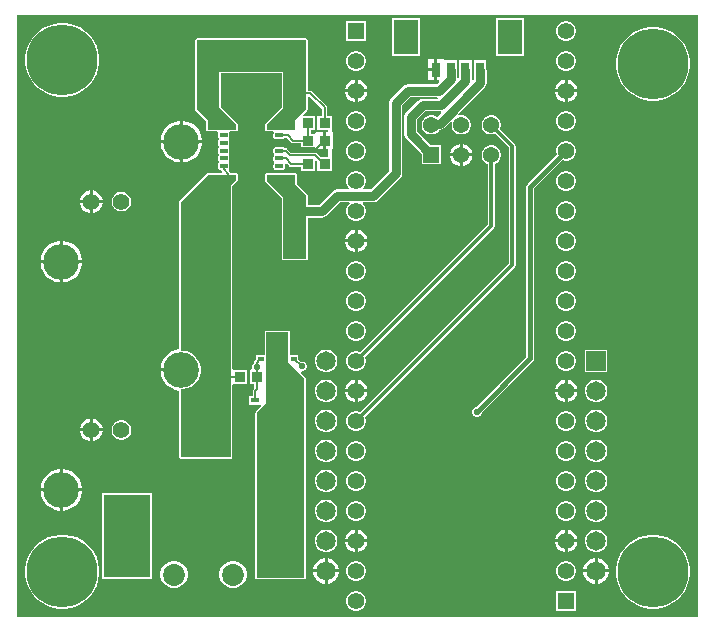
<source format=gbr>
%TF.GenerationSoftware,Altium Limited,Altium Designer,23.5.1 (21)*%
G04 Layer_Physical_Order=4*
G04 Layer_Color=16711680*
%FSLAX45Y45*%
%MOMM*%
%TF.SameCoordinates,251D8D79-0CC1-4DB5-8A6B-B6CDDAA58204*%
%TF.FilePolarity,Positive*%
%TF.FileFunction,Copper,L4,Bot,Signal*%
%TF.Part,Single*%
G01*
G75*
%TA.AperFunction,SMDPad,CuDef*%
%ADD10R,0.95814X0.91213*%
%ADD13R,0.95872X0.91213*%
%TA.AperFunction,Conductor*%
%ADD19C,0.20300*%
%ADD20C,0.20320*%
%ADD21C,0.40000*%
%TA.AperFunction,ComponentPad*%
%ADD24C,0.47400*%
%ADD25C,1.85420*%
%ADD26C,1.65100*%
%ADD27R,1.65100X1.65100*%
%ADD28R,1.39000X1.39000*%
%ADD29C,1.39000*%
%ADD30C,3.01500*%
%ADD31C,1.40800*%
%ADD32C,1.37000*%
%ADD33R,1.37000X1.37000*%
%TA.AperFunction,WasherPad*%
%ADD34C,6.00000*%
%TA.AperFunction,ViaPad*%
%ADD35C,0.55000*%
%TA.AperFunction,Conductor*%
%ADD36C,0.80000*%
%TA.AperFunction,SMDPad,CuDef*%
%ADD37R,1.90292X2.70620*%
%ADD38R,1.00000X1.00000*%
G04:AMPARAMS|DCode=39|XSize=0.7mm|YSize=0.35mm|CornerRadius=0.04375mm|HoleSize=0mm|Usage=FLASHONLY|Rotation=0.000|XOffset=0mm|YOffset=0mm|HoleType=Round|Shape=RoundedRectangle|*
%AMROUNDEDRECTD39*
21,1,0.70000,0.26250,0,0,0.0*
21,1,0.61250,0.35000,0,0,0.0*
1,1,0.08750,0.30625,-0.13125*
1,1,0.08750,-0.30625,-0.13125*
1,1,0.08750,-0.30625,0.13125*
1,1,0.08750,0.30625,0.13125*
%
%ADD39ROUNDEDRECTD39*%
G04:AMPARAMS|DCode=40|XSize=1.4mm|YSize=0.5mm|CornerRadius=0.0625mm|HoleSize=0mm|Usage=FLASHONLY|Rotation=0.000|XOffset=0mm|YOffset=0mm|HoleType=Round|Shape=RoundedRectangle|*
%AMROUNDEDRECTD40*
21,1,1.40000,0.37500,0,0,0.0*
21,1,1.27500,0.50000,0,0,0.0*
1,1,0.12500,0.63750,-0.18750*
1,1,0.12500,-0.63750,-0.18750*
1,1,0.12500,-0.63750,0.18750*
1,1,0.12500,0.63750,0.18750*
%
%ADD40ROUNDEDRECTD40*%
%ADD41R,1.15000X1.45000*%
%ADD42R,0.52000X0.45000*%
%ADD43R,0.52000X1.75000*%
%ADD44R,0.75000X2.52000*%
%ADD45R,0.80000X0.45000*%
%ADD46R,2.48920X3.98780*%
%ADD47R,3.98780X7.00000*%
%ADD48R,1.30000X2.70000*%
%ADD49R,3.20000X1.60000*%
%ADD50R,0.80000X1.30000*%
%ADD51R,2.10000X3.00000*%
%TA.AperFunction,Conductor*%
%ADD52C,0.30480*%
G36*
X5783766Y16235D02*
X16235D01*
Y5116265D01*
X5783765D01*
X5783766Y16235D01*
D02*
G37*
%LPC*%
G36*
X4676320Y5060700D02*
X4654676D01*
X4633770Y5055098D01*
X4615026Y5044276D01*
X4599722Y5028972D01*
X4588900Y5010228D01*
X4583298Y4989322D01*
Y4967678D01*
X4588900Y4946772D01*
X4599722Y4928028D01*
X4615026Y4912724D01*
X4633770Y4901902D01*
X4654676Y4896300D01*
X4676320D01*
X4697227Y4901902D01*
X4715971Y4912724D01*
X4731275Y4928028D01*
X4742097Y4946772D01*
X4747698Y4967678D01*
Y4989322D01*
X4742097Y5010228D01*
X4731275Y5028972D01*
X4715971Y5044276D01*
X4697227Y5055098D01*
X4676320Y5060700D01*
D02*
G37*
G36*
X2969700D02*
X2805300D01*
Y4896300D01*
X2969700D01*
Y5060700D01*
D02*
G37*
G36*
X4310200Y5087700D02*
X4074800D01*
Y4762300D01*
X4310200D01*
Y5087700D01*
D02*
G37*
G36*
X3425200D02*
X3189800D01*
Y4762300D01*
X3425200D01*
Y5087700D01*
D02*
G37*
G36*
X3549800Y4740400D02*
X3497100D01*
Y4662700D01*
X3549800D01*
Y4740400D01*
D02*
G37*
G36*
X4676320Y4806700D02*
X4654676D01*
X4633770Y4801098D01*
X4615026Y4790276D01*
X4599722Y4774972D01*
X4588900Y4756228D01*
X4583298Y4735322D01*
Y4713678D01*
X4588900Y4692772D01*
X4599722Y4674028D01*
X4615026Y4658724D01*
X4633770Y4647902D01*
X4654676Y4642300D01*
X4676320D01*
X4697227Y4647902D01*
X4715971Y4658724D01*
X4731275Y4674028D01*
X4742097Y4692772D01*
X4747698Y4713678D01*
Y4735322D01*
X4742097Y4756228D01*
X4731275Y4774972D01*
X4715971Y4790276D01*
X4697227Y4801098D01*
X4676320Y4806700D01*
D02*
G37*
G36*
X2898322D02*
X2876678D01*
X2855772Y4801098D01*
X2837028Y4790276D01*
X2821724Y4774972D01*
X2810902Y4756228D01*
X2805300Y4735322D01*
Y4713678D01*
X2810902Y4692772D01*
X2821724Y4674028D01*
X2837028Y4658724D01*
X2855772Y4647902D01*
X2876678Y4642300D01*
X2898322D01*
X2919228Y4647902D01*
X2937972Y4658724D01*
X2953276Y4674028D01*
X2964098Y4692772D01*
X2969700Y4713678D01*
Y4735322D01*
X2964098Y4756228D01*
X2953276Y4774972D01*
X2937972Y4790276D01*
X2919228Y4801098D01*
X2898322Y4806700D01*
D02*
G37*
G36*
X3549800Y4637300D02*
X3497100D01*
Y4559600D01*
X3549800D01*
Y4637300D01*
D02*
G37*
G36*
X4678198Y4565345D02*
Y4483201D01*
X4760343D01*
X4753931Y4507130D01*
X4741437Y4528770D01*
X4723768Y4546439D01*
X4702129Y4558933D01*
X4678198Y4565345D01*
D02*
G37*
G36*
X4652798Y4565345D02*
X4628868Y4558933D01*
X4607229Y4546439D01*
X4589560Y4528770D01*
X4577066Y4507130D01*
X4570654Y4483201D01*
X4652798D01*
Y4565345D01*
D02*
G37*
G36*
X2900200D02*
Y4483200D01*
X2982345D01*
X2975933Y4507130D01*
X2963439Y4528770D01*
X2945770Y4546439D01*
X2924130Y4558933D01*
X2900200Y4565345D01*
D02*
G37*
G36*
X2874800D02*
X2850870Y4558933D01*
X2829230Y4546439D01*
X2811561Y4528770D01*
X2799067Y4507130D01*
X2792655Y4483200D01*
X2874800D01*
Y4565345D01*
D02*
G37*
G36*
X424610Y5045200D02*
X375390D01*
X326776Y5037500D01*
X279965Y5022290D01*
X236110Y4999945D01*
X196290Y4971014D01*
X161486Y4936210D01*
X132555Y4896391D01*
X110210Y4852535D01*
X95000Y4805724D01*
X87300Y4757110D01*
Y4707890D01*
X95000Y4659276D01*
X110210Y4612465D01*
X132555Y4568610D01*
X161486Y4528790D01*
X196290Y4493986D01*
X236110Y4465055D01*
X279965Y4442710D01*
X326776Y4427500D01*
X375390Y4419800D01*
X424610D01*
X473224Y4427500D01*
X520035Y4442710D01*
X563890Y4465055D01*
X603710Y4493986D01*
X638514Y4528790D01*
X667445Y4568610D01*
X689790Y4612465D01*
X705000Y4659276D01*
X712700Y4707890D01*
Y4757110D01*
X705000Y4805724D01*
X689790Y4852535D01*
X667445Y4896391D01*
X638514Y4936210D01*
X603710Y4971014D01*
X563890Y4999945D01*
X520035Y5022290D01*
X473224Y5037500D01*
X424610Y5045200D01*
D02*
G37*
G36*
X5424610Y5012700D02*
X5375390D01*
X5326776Y5005000D01*
X5279965Y4989790D01*
X5236110Y4967445D01*
X5196290Y4938514D01*
X5161486Y4903710D01*
X5132555Y4863890D01*
X5110210Y4820035D01*
X5095000Y4773224D01*
X5087300Y4724610D01*
Y4675390D01*
X5095000Y4626776D01*
X5110210Y4579965D01*
X5132555Y4536110D01*
X5161486Y4496290D01*
X5196290Y4461486D01*
X5236110Y4432555D01*
X5279965Y4410210D01*
X5326776Y4395000D01*
X5375390Y4387300D01*
X5424610D01*
X5473224Y4395000D01*
X5520035Y4410210D01*
X5563891Y4432555D01*
X5603710Y4461486D01*
X5638514Y4496290D01*
X5667445Y4536110D01*
X5689790Y4579965D01*
X5705000Y4626776D01*
X5712700Y4675390D01*
Y4724610D01*
X5705000Y4773224D01*
X5689790Y4820035D01*
X5667445Y4863890D01*
X5638514Y4903710D01*
X5603710Y4938514D01*
X5563891Y4967445D01*
X5520035Y4989790D01*
X5473224Y5005000D01*
X5424610Y5012700D01*
D02*
G37*
G36*
X4652798Y4457801D02*
X4570654D01*
X4577066Y4433870D01*
X4589560Y4412230D01*
X4607229Y4394561D01*
X4628868Y4382067D01*
X4652798Y4375655D01*
Y4457801D01*
D02*
G37*
G36*
X2982345Y4457800D02*
X2900200D01*
Y4375655D01*
X2924130Y4382067D01*
X2945770Y4394561D01*
X2963439Y4412230D01*
X2975933Y4433870D01*
X2982345Y4457800D01*
D02*
G37*
G36*
X2874800D02*
X2792655D01*
X2799067Y4433870D01*
X2811561Y4412230D01*
X2829230Y4394561D01*
X2850870Y4382067D01*
X2874800Y4375655D01*
Y4457800D01*
D02*
G37*
G36*
X4760343Y4457801D02*
X4678198D01*
Y4375655D01*
X4702129Y4382067D01*
X4723768Y4394561D01*
X4741437Y4412230D01*
X4753931Y4433870D01*
X4760343Y4457801D01*
D02*
G37*
G36*
X3627900Y4740400D02*
X3575200D01*
Y4650000D01*
Y4559600D01*
X3584717D01*
X3589578Y4547867D01*
X3567843Y4526132D01*
X3324900D01*
X3304337Y4522042D01*
X3286905Y4510394D01*
X3184505Y4407994D01*
X3172858Y4390562D01*
X3168768Y4370000D01*
Y3794757D01*
X3010243Y3636233D01*
X2949441D01*
X2944181Y3648933D01*
X2953276Y3658028D01*
X2964098Y3676772D01*
X2969700Y3697678D01*
Y3719322D01*
X2964098Y3740228D01*
X2953276Y3758972D01*
X2937972Y3774276D01*
X2919228Y3785098D01*
X2898322Y3790700D01*
X2876678D01*
X2855772Y3785098D01*
X2837028Y3774276D01*
X2821724Y3758972D01*
X2810902Y3740228D01*
X2805300Y3719322D01*
Y3697678D01*
X2810902Y3676772D01*
X2821724Y3658028D01*
X2830819Y3648933D01*
X2825558Y3636233D01*
X2727500D01*
X2706938Y3632142D01*
X2689506Y3620495D01*
X2572743Y3503732D01*
X2476247D01*
Y3586000D01*
X2472220Y3595720D01*
X2472220Y3595721D01*
X2383747Y3684194D01*
Y3761000D01*
X2379720Y3770720D01*
X2370000Y3774746D01*
X2130000D01*
X2120280Y3770720D01*
X2116254Y3761000D01*
Y3708501D01*
X2116253Y3708500D01*
X2120279Y3698779D01*
X2120281Y3698779D01*
X2256254Y3562806D01*
Y3050000D01*
X2260280Y3040280D01*
X2270000Y3036254D01*
X2462500D01*
X2472220Y3040280D01*
X2476247Y3050000D01*
Y3396268D01*
X2595000D01*
X2615563Y3400358D01*
X2632995Y3412005D01*
X2749757Y3528768D01*
X2827558D01*
X2832819Y3516068D01*
X2821724Y3504972D01*
X2810902Y3486228D01*
X2805300Y3465322D01*
Y3443678D01*
X2810902Y3422772D01*
X2821724Y3404028D01*
X2837028Y3388724D01*
X2855772Y3377902D01*
X2876678Y3372300D01*
X2898322D01*
X2919228Y3377902D01*
X2937972Y3388724D01*
X2953276Y3404028D01*
X2964098Y3422772D01*
X2969700Y3443678D01*
Y3465322D01*
X2964098Y3486228D01*
X2953276Y3504972D01*
X2942181Y3516068D01*
X2947441Y3528768D01*
X3032500D01*
X3053062Y3532858D01*
X3070494Y3544505D01*
X3260495Y3734506D01*
X3272142Y3751938D01*
X3276232Y3772500D01*
Y4347743D01*
X3347157Y4418667D01*
X3571862D01*
X3578650Y4405967D01*
X3577157Y4403732D01*
X3450000D01*
X3429437Y4399642D01*
X3412005Y4387995D01*
X3312005Y4287994D01*
X3300358Y4270562D01*
X3296267Y4250000D01*
Y4102000D01*
X3300358Y4081437D01*
X3312005Y4064005D01*
X3442300Y3933711D01*
Y3847300D01*
X3604700D01*
Y4009700D01*
X3518289D01*
X3403732Y4124257D01*
Y4227743D01*
X3472257Y4296268D01*
X3602318D01*
X3607578Y4283568D01*
X3572172Y4248161D01*
X3554842Y4258166D01*
X3534190Y4263700D01*
X3512810D01*
X3492158Y4258166D01*
X3473642Y4247476D01*
X3458524Y4232358D01*
X3447834Y4213842D01*
X3442300Y4193190D01*
Y4171810D01*
X3447834Y4151158D01*
X3458524Y4132642D01*
X3473642Y4117524D01*
X3492158Y4106834D01*
X3512810Y4101300D01*
X3534190D01*
X3554842Y4106834D01*
X3573358Y4117524D01*
X3588476Y4132642D01*
X3592536Y4139674D01*
X3593406D01*
X3613969Y4143764D01*
X3631401Y4155412D01*
X3688266Y4212277D01*
X3699653Y4205703D01*
X3696300Y4193190D01*
Y4171810D01*
X3701834Y4151158D01*
X3712524Y4132642D01*
X3727642Y4117524D01*
X3746158Y4106834D01*
X3766810Y4101300D01*
X3788190D01*
X3808842Y4106834D01*
X3827358Y4117524D01*
X3842476Y4132642D01*
X3853166Y4151158D01*
X3858700Y4171810D01*
Y4193190D01*
X3853166Y4213842D01*
X3842476Y4232358D01*
X3827358Y4247476D01*
X3808842Y4258166D01*
X3788190Y4263700D01*
X3766810D01*
X3754297Y4260347D01*
X3747723Y4271734D01*
X3975495Y4499506D01*
X3987143Y4516938D01*
X3991233Y4537500D01*
Y4650000D01*
X3990200Y4655191D01*
Y4727700D01*
X3884800D01*
Y4655191D01*
X3883768Y4650000D01*
Y4566666D01*
X3878933Y4563089D01*
X3866233Y4569490D01*
Y4650000D01*
X3865200Y4655191D01*
Y4727700D01*
X3759800D01*
Y4655191D01*
X3758768Y4650000D01*
Y4581666D01*
X3753933Y4578089D01*
X3741233Y4584490D01*
Y4650000D01*
X3740200Y4655191D01*
Y4727700D01*
X3634800D01*
X3627900Y4737542D01*
Y4740400D01*
D02*
G37*
G36*
X4676320Y4298700D02*
X4654676D01*
X4633770Y4293098D01*
X4615026Y4282276D01*
X4599722Y4266972D01*
X4588900Y4248228D01*
X4583298Y4227322D01*
Y4205678D01*
X4588900Y4184772D01*
X4599722Y4166028D01*
X4615026Y4150724D01*
X4633770Y4139902D01*
X4654676Y4134300D01*
X4676320D01*
X4697227Y4139902D01*
X4715971Y4150724D01*
X4731275Y4166028D01*
X4742097Y4184772D01*
X4747698Y4205678D01*
Y4227322D01*
X4742097Y4248228D01*
X4731275Y4266972D01*
X4715971Y4282276D01*
X4697227Y4293098D01*
X4676320Y4298700D01*
D02*
G37*
G36*
X2898322D02*
X2876678D01*
X2855772Y4293098D01*
X2837028Y4282276D01*
X2821724Y4266972D01*
X2810902Y4248228D01*
X2805300Y4227322D01*
Y4205678D01*
X2810902Y4184772D01*
X2821724Y4166028D01*
X2837028Y4150724D01*
X2855772Y4139902D01*
X2876678Y4134300D01*
X2898322D01*
X2919228Y4139902D01*
X2937972Y4150724D01*
X2953276Y4166028D01*
X2964098Y4184772D01*
X2969700Y4205678D01*
Y4227322D01*
X2964098Y4248228D01*
X2953276Y4266972D01*
X2937972Y4282276D01*
X2919228Y4293098D01*
X2898322Y4298700D01*
D02*
G37*
G36*
X1425349Y4216650D02*
X1420700D01*
Y4053200D01*
X1584150D01*
Y4057849D01*
X1577381Y4091881D01*
X1564102Y4123938D01*
X1544825Y4152789D01*
X1520289Y4177325D01*
X1491438Y4196602D01*
X1459381Y4209881D01*
X1425349Y4216650D01*
D02*
G37*
G36*
X1395300D02*
X1390651D01*
X1356619Y4209881D01*
X1324561Y4196602D01*
X1295711Y4177325D01*
X1271175Y4152789D01*
X1251898Y4123938D01*
X1238619Y4091881D01*
X1231850Y4057849D01*
Y4053200D01*
X1395300D01*
Y4216650D01*
D02*
G37*
G36*
X3790200Y4022309D02*
Y3941200D01*
X3871310D01*
X3865001Y3964744D01*
X3852639Y3986156D01*
X3835156Y4003639D01*
X3813744Y4016001D01*
X3790200Y4022309D01*
D02*
G37*
G36*
X3764800D02*
X3741256Y4016001D01*
X3719844Y4003639D01*
X3702361Y3986156D01*
X3689999Y3964744D01*
X3683690Y3941200D01*
X3764800D01*
Y4022309D01*
D02*
G37*
G36*
X2462500Y4913747D02*
X1540000D01*
X1530280Y4909720D01*
X1526253Y4900000D01*
Y4315000D01*
X1527093Y4312974D01*
Y4301990D01*
X1533569D01*
X1618753Y4216806D01*
Y4140000D01*
X1622780Y4130280D01*
X1632500Y4126254D01*
X1712646D01*
X1718803Y4113554D01*
X1718291Y4112787D01*
X1716966Y4106125D01*
Y4079875D01*
X1718290Y4073213D01*
X1721781Y4067989D01*
X1722064Y4067473D01*
Y4060500D01*
Y4053527D01*
X1721781Y4053011D01*
X1718290Y4047787D01*
X1716966Y4041125D01*
Y4014875D01*
X1718290Y4008213D01*
X1721781Y4002989D01*
X1722064Y4002473D01*
Y3995500D01*
Y3988527D01*
X1721781Y3988011D01*
X1718290Y3982787D01*
X1716966Y3976125D01*
Y3949875D01*
X1718290Y3943213D01*
X1721781Y3937989D01*
X1722064Y3937473D01*
Y3930500D01*
Y3923527D01*
X1721781Y3923011D01*
X1718290Y3917787D01*
X1716966Y3911125D01*
Y3884875D01*
X1718290Y3878213D01*
X1721781Y3872989D01*
X1722064Y3872473D01*
Y3865500D01*
Y3858527D01*
X1721781Y3858011D01*
X1718290Y3852787D01*
X1716966Y3846125D01*
Y3819875D01*
X1718291Y3813213D01*
X1722065Y3807565D01*
X1727713Y3803791D01*
X1734375Y3802466D01*
X1742196D01*
X1743466Y3796081D01*
X1748519Y3788519D01*
X1750558Y3786480D01*
X1745698Y3774746D01*
X1632500D01*
X1622780Y3770720D01*
X1622779Y3770720D01*
X1395280Y3543220D01*
X1391253Y3533500D01*
X1391254Y3533499D01*
Y2284150D01*
X1390651D01*
X1356619Y2277381D01*
X1324561Y2264102D01*
X1295711Y2244825D01*
X1271175Y2220289D01*
X1251898Y2191439D01*
X1238619Y2159381D01*
X1231850Y2125349D01*
Y2120700D01*
X1408000D01*
Y2095300D01*
X1231850D01*
Y2090651D01*
X1238619Y2056619D01*
X1251898Y2024562D01*
X1271175Y1995711D01*
X1295711Y1971175D01*
X1324561Y1951898D01*
X1356619Y1938619D01*
X1390651Y1931850D01*
X1391254D01*
Y1367500D01*
X1395280Y1357780D01*
X1405000Y1353754D01*
X1824998Y1353753D01*
X1834718Y1357779D01*
X1838744Y1367500D01*
X1838745Y1981250D01*
X1844194Y1991694D01*
X1965408D01*
Y2108306D01*
X1851445D01*
X1838745Y2118750D01*
X1838747Y3662806D01*
X1879720Y3703779D01*
X1883747Y3713500D01*
X1883747Y3713500D01*
Y3761000D01*
X1879720Y3770720D01*
X1870000Y3774746D01*
X1822364D01*
X1821534Y3778920D01*
X1816481Y3786481D01*
X1809576Y3793386D01*
X1807935Y3807565D01*
X1811709Y3813213D01*
X1813034Y3819875D01*
Y3846125D01*
X1811710Y3852787D01*
X1808219Y3858011D01*
X1807936Y3858527D01*
Y3865500D01*
Y3872473D01*
X1808219Y3872989D01*
X1811710Y3878213D01*
X1813034Y3884875D01*
Y3911125D01*
X1811710Y3917787D01*
X1808219Y3923011D01*
X1807936Y3923527D01*
Y3930500D01*
Y3937473D01*
X1808219Y3937989D01*
X1811710Y3943213D01*
X1813034Y3949875D01*
Y3976125D01*
X1811710Y3982787D01*
X1808219Y3988011D01*
X1807936Y3988527D01*
Y3995500D01*
Y4002473D01*
X1808219Y4002989D01*
X1811710Y4008213D01*
X1813034Y4014875D01*
Y4041125D01*
X1811710Y4047787D01*
X1808219Y4053011D01*
X1807936Y4053527D01*
Y4060500D01*
Y4067473D01*
X1808219Y4067989D01*
X1811710Y4073213D01*
X1813034Y4079875D01*
Y4106125D01*
X1811709Y4112787D01*
X1811197Y4113554D01*
X1817354Y4126254D01*
X1870000D01*
X1879720Y4130280D01*
X1883747Y4140000D01*
Y4187499D01*
X1883748Y4187500D01*
X1879721Y4197221D01*
X1879719Y4197221D01*
X1743747Y4333194D01*
Y4618754D01*
X2256254D01*
X2256253Y4333194D01*
X2120280Y4197220D01*
X2116253Y4187500D01*
X2116254Y4187500D01*
Y4140000D01*
X2120280Y4130280D01*
X2130000Y4126254D01*
X2182646D01*
X2188803Y4113554D01*
X2188291Y4112787D01*
X2186966Y4106125D01*
Y4079875D01*
X2188291Y4073213D01*
X2192065Y4067565D01*
X2197713Y4063791D01*
X2204375Y4062466D01*
X2265625D01*
X2272288Y4063791D01*
X2277935Y4067565D01*
X2279364Y4069703D01*
X2297350D01*
X2333526Y4033526D01*
X2341084Y4028476D01*
X2350000Y4026703D01*
X2419194D01*
Y3991694D01*
X2540407D01*
X2546893Y3981680D01*
Y3978994D01*
X2607499D01*
Y4050000D01*
Y4121006D01*
X2546893D01*
Y4118320D01*
X2540407Y4108306D01*
X2503098D01*
Y4141694D01*
X2540407D01*
Y4258306D01*
X2441840D01*
X2436980Y4270040D01*
X2468931Y4301990D01*
X2472907D01*
Y4306938D01*
X2476247Y4315000D01*
X2476247Y4315001D01*
Y4426692D01*
X2490346D01*
X2596891Y4320146D01*
Y4258306D01*
X2559593D01*
Y4141694D01*
X2650000D01*
Y4121006D01*
X2632899D01*
Y4050000D01*
Y3978994D01*
X2650000D01*
Y3908306D01*
X2592540D01*
X2559373Y3941474D01*
X2551815Y3946524D01*
X2542899Y3948297D01*
X2337150D01*
X2305974Y3979474D01*
X2298416Y3984524D01*
X2289500Y3986297D01*
X2279364D01*
X2277935Y3988435D01*
X2272288Y3992209D01*
X2265625Y3993534D01*
X2204375D01*
X2197713Y3992209D01*
X2192065Y3988435D01*
X2188291Y3982787D01*
X2186966Y3976125D01*
Y3949875D01*
X2188291Y3943213D01*
X2192065Y3937565D01*
Y3923435D01*
X2188291Y3917787D01*
X2186966Y3911125D01*
Y3884875D01*
X2188291Y3878213D01*
X2191781Y3872989D01*
X2192064Y3872473D01*
Y3865500D01*
Y3858527D01*
X2191781Y3858011D01*
X2188291Y3852787D01*
X2186966Y3846125D01*
Y3819875D01*
X2188291Y3813213D01*
X2192065Y3807565D01*
X2197713Y3803791D01*
X2204375Y3802466D01*
X2265625D01*
X2272288Y3803791D01*
X2277935Y3807565D01*
X2281709Y3813213D01*
X2283035Y3819875D01*
Y3846125D01*
X2281710Y3852787D01*
X2289684Y3863713D01*
X2290636Y3863917D01*
X2321026Y3833526D01*
X2328584Y3828476D01*
X2337500Y3826703D01*
X2419194D01*
Y3791693D01*
X2540407D01*
Y3873971D01*
X2552541Y3879319D01*
X2559593Y3873669D01*
Y3791693D01*
X2680806D01*
Y3908306D01*
X2680000D01*
Y3978994D01*
X2693506D01*
Y4121006D01*
X2680000D01*
Y4141694D01*
X2680806D01*
Y4258306D01*
X2643507D01*
Y4329801D01*
X2641733Y4338720D01*
X2636681Y4346282D01*
X2516481Y4466481D01*
X2508919Y4471534D01*
X2500000Y4473308D01*
X2476247D01*
Y4900000D01*
X2472220Y4909720D01*
X2462500Y4913747D01*
D02*
G37*
G36*
X4676320Y4044700D02*
X4654676D01*
X4633770Y4039098D01*
X4615026Y4028276D01*
X4599722Y4012972D01*
X4588900Y3994228D01*
X4583298Y3973322D01*
Y3951678D01*
X4588418Y3932570D01*
X4338925Y3683077D01*
X4331697Y3672261D01*
X4329159Y3659502D01*
Y2218810D01*
X3903049Y1792700D01*
X3902004D01*
X3887229Y1786580D01*
X3875920Y1775271D01*
X3869800Y1760496D01*
Y1744504D01*
X3875920Y1729729D01*
X3887229Y1718420D01*
X3902004Y1712300D01*
X3917996D01*
X3932771Y1718420D01*
X3944080Y1729729D01*
X3950200Y1744504D01*
Y1745549D01*
X4386075Y2181425D01*
X4393303Y2192241D01*
X4395841Y2205000D01*
Y3645692D01*
X4635569Y3885420D01*
X4654676Y3880300D01*
X4676320D01*
X4697227Y3885902D01*
X4715971Y3896724D01*
X4731275Y3912028D01*
X4742097Y3930772D01*
X4747698Y3951678D01*
Y3973322D01*
X4742097Y3994228D01*
X4731275Y4012972D01*
X4715971Y4028276D01*
X4697227Y4039098D01*
X4676320Y4044700D01*
D02*
G37*
G36*
X2898322D02*
X2876678D01*
X2855772Y4039098D01*
X2837028Y4028276D01*
X2821724Y4012972D01*
X2810902Y3994228D01*
X2805300Y3973322D01*
Y3951678D01*
X2810902Y3930772D01*
X2821724Y3912028D01*
X2837028Y3896724D01*
X2855772Y3885902D01*
X2876678Y3880300D01*
X2898322D01*
X2919228Y3885902D01*
X2937972Y3896724D01*
X2953276Y3912028D01*
X2964098Y3930772D01*
X2969700Y3951678D01*
Y3973322D01*
X2964098Y3994228D01*
X2953276Y4012972D01*
X2937972Y4028276D01*
X2919228Y4039098D01*
X2898322Y4044700D01*
D02*
G37*
G36*
X1584150Y4027800D02*
X1420700D01*
Y3864350D01*
X1425349D01*
X1459381Y3871119D01*
X1491438Y3884398D01*
X1520289Y3903675D01*
X1544825Y3928211D01*
X1564102Y3957061D01*
X1577381Y3989119D01*
X1584150Y4023151D01*
Y4027800D01*
D02*
G37*
G36*
X1395300D02*
X1231850D01*
Y4023151D01*
X1238619Y3989119D01*
X1251898Y3957061D01*
X1271175Y3928211D01*
X1295711Y3903675D01*
X1324561Y3884398D01*
X1356619Y3871119D01*
X1390651Y3864350D01*
X1395300D01*
Y4027800D01*
D02*
G37*
G36*
X3871310Y3915800D02*
X3790200D01*
Y3834690D01*
X3813744Y3840999D01*
X3835156Y3853361D01*
X3852639Y3870844D01*
X3865001Y3892256D01*
X3871310Y3915800D01*
D02*
G37*
G36*
X3764800D02*
X3683690D01*
X3689999Y3892256D01*
X3702361Y3870844D01*
X3719844Y3853361D01*
X3741256Y3840999D01*
X3764800Y3834690D01*
Y3915800D01*
D02*
G37*
G36*
X4676320Y3790700D02*
X4654676D01*
X4633770Y3785098D01*
X4615026Y3774276D01*
X4599722Y3758972D01*
X4588900Y3740228D01*
X4583298Y3719322D01*
Y3697678D01*
X4588900Y3676772D01*
X4599722Y3658028D01*
X4615026Y3642724D01*
X4633770Y3631902D01*
X4654676Y3626300D01*
X4676320D01*
X4697227Y3631902D01*
X4715971Y3642724D01*
X4731275Y3658028D01*
X4742097Y3676772D01*
X4747698Y3697678D01*
Y3719322D01*
X4742097Y3740228D01*
X4731275Y3758972D01*
X4715971Y3774276D01*
X4697227Y3785098D01*
X4676320Y3790700D01*
D02*
G37*
G36*
X658700Y3628276D02*
Y3545200D01*
X741777D01*
X735271Y3569477D01*
X722659Y3591323D01*
X704823Y3609159D01*
X682977Y3621771D01*
X658700Y3628276D01*
D02*
G37*
G36*
X633300D02*
X609023Y3621771D01*
X587177Y3609159D01*
X569341Y3591323D01*
X556729Y3569477D01*
X550223Y3545200D01*
X633300D01*
Y3628276D01*
D02*
G37*
G36*
X910940Y3615600D02*
X889060D01*
X867925Y3609937D01*
X848975Y3598996D01*
X833504Y3583524D01*
X822563Y3564575D01*
X816900Y3543440D01*
Y3521560D01*
X822563Y3500425D01*
X833504Y3481475D01*
X848975Y3466003D01*
X867925Y3455063D01*
X889060Y3449400D01*
X910940D01*
X932075Y3455063D01*
X951025Y3466003D01*
X966496Y3481475D01*
X977437Y3500425D01*
X983100Y3521560D01*
Y3543440D01*
X977437Y3564575D01*
X966496Y3583524D01*
X951025Y3598996D01*
X932075Y3609937D01*
X910940Y3615600D01*
D02*
G37*
G36*
X741777Y3519800D02*
X658700D01*
Y3436723D01*
X682977Y3443229D01*
X704823Y3455841D01*
X722659Y3473677D01*
X735271Y3495523D01*
X741777Y3519800D01*
D02*
G37*
G36*
X633300D02*
X550223D01*
X556729Y3495523D01*
X569341Y3473677D01*
X587177Y3455841D01*
X609023Y3443229D01*
X633300Y3436723D01*
Y3519800D01*
D02*
G37*
G36*
X4676320Y3536700D02*
X4654676D01*
X4633770Y3531098D01*
X4615026Y3520276D01*
X4599722Y3504972D01*
X4588900Y3486228D01*
X4583298Y3465322D01*
Y3443678D01*
X4588900Y3422772D01*
X4599722Y3404028D01*
X4615026Y3388724D01*
X4633770Y3377902D01*
X4654676Y3372300D01*
X4676320D01*
X4697227Y3377902D01*
X4715971Y3388724D01*
X4731275Y3404028D01*
X4742097Y3422772D01*
X4747698Y3443678D01*
Y3465322D01*
X4742097Y3486228D01*
X4731275Y3504972D01*
X4715971Y3520276D01*
X4697227Y3531098D01*
X4676320Y3536700D01*
D02*
G37*
G36*
X2900200Y3295345D02*
Y3213200D01*
X2982345D01*
X2975933Y3237130D01*
X2963439Y3258770D01*
X2945770Y3276439D01*
X2924130Y3288933D01*
X2900200Y3295345D01*
D02*
G37*
G36*
X2874800D02*
X2850870Y3288933D01*
X2829230Y3276439D01*
X2811561Y3258770D01*
X2799067Y3237130D01*
X2792655Y3213200D01*
X2874800D01*
Y3295345D01*
D02*
G37*
G36*
X4676320Y3282700D02*
X4654676D01*
X4633770Y3277098D01*
X4615026Y3266276D01*
X4599722Y3250972D01*
X4588900Y3232228D01*
X4583298Y3211322D01*
Y3189678D01*
X4588900Y3168772D01*
X4599722Y3150028D01*
X4615026Y3134724D01*
X4633770Y3123902D01*
X4654676Y3118300D01*
X4676320D01*
X4697227Y3123902D01*
X4715971Y3134724D01*
X4731275Y3150028D01*
X4742097Y3168772D01*
X4747698Y3189678D01*
Y3211322D01*
X4742097Y3232228D01*
X4731275Y3250972D01*
X4715971Y3266276D01*
X4697227Y3277098D01*
X4676320Y3282700D01*
D02*
G37*
G36*
X2982345Y3187800D02*
X2900200D01*
Y3105655D01*
X2924130Y3112067D01*
X2945770Y3124561D01*
X2963439Y3142230D01*
X2975933Y3163870D01*
X2982345Y3187800D01*
D02*
G37*
G36*
X2874800D02*
X2792655D01*
X2799067Y3163870D01*
X2811561Y3142230D01*
X2829230Y3124561D01*
X2850870Y3112067D01*
X2874800Y3105655D01*
Y3187800D01*
D02*
G37*
G36*
X409349Y3200650D02*
X404700D01*
Y3037200D01*
X568150D01*
Y3041849D01*
X561381Y3075881D01*
X548102Y3107938D01*
X528825Y3136789D01*
X504289Y3161325D01*
X475438Y3180602D01*
X443381Y3193881D01*
X409349Y3200650D01*
D02*
G37*
G36*
X379300D02*
X374651D01*
X340619Y3193881D01*
X308561Y3180602D01*
X279711Y3161325D01*
X255175Y3136789D01*
X235898Y3107938D01*
X222619Y3075881D01*
X215850Y3041849D01*
Y3037200D01*
X379300D01*
Y3200650D01*
D02*
G37*
G36*
X4676320Y3028700D02*
X4654676D01*
X4633770Y3023098D01*
X4615026Y3012276D01*
X4599722Y2996972D01*
X4588900Y2978228D01*
X4583298Y2957322D01*
Y2935678D01*
X4588900Y2914772D01*
X4599722Y2896028D01*
X4615026Y2880724D01*
X4633770Y2869902D01*
X4654676Y2864300D01*
X4676320D01*
X4697227Y2869902D01*
X4715971Y2880724D01*
X4731275Y2896028D01*
X4742097Y2914772D01*
X4747698Y2935678D01*
Y2957322D01*
X4742097Y2978228D01*
X4731275Y2996972D01*
X4715971Y3012276D01*
X4697227Y3023098D01*
X4676320Y3028700D01*
D02*
G37*
G36*
X2898322D02*
X2876678D01*
X2855772Y3023098D01*
X2837028Y3012276D01*
X2821724Y2996972D01*
X2810902Y2978228D01*
X2805300Y2957322D01*
Y2935678D01*
X2810902Y2914772D01*
X2821724Y2896028D01*
X2837028Y2880724D01*
X2855772Y2869902D01*
X2876678Y2864300D01*
X2898322D01*
X2919228Y2869902D01*
X2937972Y2880724D01*
X2953276Y2896028D01*
X2964098Y2914772D01*
X2969700Y2935678D01*
Y2957322D01*
X2964098Y2978228D01*
X2953276Y2996972D01*
X2937972Y3012276D01*
X2919228Y3023098D01*
X2898322Y3028700D01*
D02*
G37*
G36*
X568150Y3011800D02*
X404700D01*
Y2848350D01*
X409349D01*
X443381Y2855119D01*
X475438Y2868398D01*
X504289Y2887675D01*
X528825Y2912211D01*
X548102Y2941061D01*
X561381Y2973119D01*
X568150Y3007151D01*
Y3011800D01*
D02*
G37*
G36*
X379300D02*
X215850D01*
Y3007151D01*
X222619Y2973119D01*
X235898Y2941061D01*
X255175Y2912211D01*
X279711Y2887675D01*
X308561Y2868398D01*
X340619Y2855119D01*
X374651Y2848350D01*
X379300D01*
Y3011800D01*
D02*
G37*
G36*
X4676320Y2774700D02*
X4654676D01*
X4633770Y2769098D01*
X4615026Y2758276D01*
X4599722Y2742972D01*
X4588900Y2724228D01*
X4583298Y2703322D01*
Y2681678D01*
X4588900Y2660772D01*
X4599722Y2642028D01*
X4615026Y2626724D01*
X4633770Y2615902D01*
X4654676Y2610300D01*
X4676320D01*
X4697227Y2615902D01*
X4715971Y2626724D01*
X4731275Y2642028D01*
X4742097Y2660772D01*
X4747698Y2681678D01*
Y2703322D01*
X4742097Y2724228D01*
X4731275Y2742972D01*
X4715971Y2758276D01*
X4697227Y2769098D01*
X4676320Y2774700D01*
D02*
G37*
G36*
X2898322D02*
X2876678D01*
X2855772Y2769098D01*
X2837028Y2758276D01*
X2821724Y2742972D01*
X2810902Y2724228D01*
X2805300Y2703322D01*
Y2681678D01*
X2810902Y2660772D01*
X2821724Y2642028D01*
X2837028Y2626724D01*
X2855772Y2615902D01*
X2876678Y2610300D01*
X2898322D01*
X2919228Y2615902D01*
X2937972Y2626724D01*
X2953276Y2642028D01*
X2964098Y2660772D01*
X2969700Y2681678D01*
Y2703322D01*
X2964098Y2724228D01*
X2953276Y2742972D01*
X2937972Y2758276D01*
X2919228Y2769098D01*
X2898322Y2774700D01*
D02*
G37*
G36*
X4676320Y2520700D02*
X4654676D01*
X4633770Y2515098D01*
X4615026Y2504276D01*
X4599722Y2488972D01*
X4588900Y2470228D01*
X4583298Y2449322D01*
Y2427678D01*
X4588900Y2406772D01*
X4599722Y2388028D01*
X4615026Y2372724D01*
X4633770Y2361902D01*
X4654676Y2356300D01*
X4676320D01*
X4697227Y2361902D01*
X4715971Y2372724D01*
X4731275Y2388028D01*
X4742097Y2406772D01*
X4747698Y2427678D01*
Y2449322D01*
X4742097Y2470228D01*
X4731275Y2488972D01*
X4715971Y2504276D01*
X4697227Y2515098D01*
X4676320Y2520700D01*
D02*
G37*
G36*
X2898322D02*
X2876678D01*
X2855772Y2515098D01*
X2837028Y2504276D01*
X2821724Y2488972D01*
X2810902Y2470228D01*
X2805300Y2449322D01*
Y2427678D01*
X2810902Y2406772D01*
X2821724Y2388028D01*
X2837028Y2372724D01*
X2855772Y2361902D01*
X2876678Y2356300D01*
X2898322D01*
X2919228Y2361902D01*
X2937972Y2372724D01*
X2953276Y2388028D01*
X2964098Y2406772D01*
X2969700Y2427678D01*
Y2449322D01*
X2964098Y2470228D01*
X2953276Y2488972D01*
X2937972Y2504276D01*
X2919228Y2515098D01*
X2898322Y2520700D01*
D02*
G37*
G36*
X4042190Y4009700D02*
X4020810D01*
X4000158Y4004166D01*
X3981642Y3993476D01*
X3966524Y3978358D01*
X3955834Y3959842D01*
X3950300Y3939190D01*
Y3917810D01*
X3955834Y3897158D01*
X3966524Y3878642D01*
X3981642Y3863524D01*
X4000158Y3852834D01*
X4003013Y3852069D01*
Y3340300D01*
X2922133Y2259421D01*
X2919228Y2261098D01*
X2898322Y2266700D01*
X2876678D01*
X2855772Y2261098D01*
X2837028Y2250276D01*
X2821724Y2234972D01*
X2810902Y2216228D01*
X2805300Y2195322D01*
Y2173678D01*
X2810902Y2152772D01*
X2821724Y2134028D01*
X2837028Y2118724D01*
X2855772Y2107902D01*
X2876678Y2102300D01*
X2898322D01*
X2919228Y2107902D01*
X2937972Y2118724D01*
X2953276Y2134028D01*
X2964098Y2152772D01*
X2969700Y2173678D01*
Y2195322D01*
X2964098Y2216228D01*
X2962421Y2219133D01*
X4051643Y3308356D01*
X4051644Y3308356D01*
X4057819Y3317598D01*
X4059988Y3328500D01*
X4059987Y3328501D01*
Y3852069D01*
X4062842Y3852834D01*
X4081358Y3863524D01*
X4096476Y3878642D01*
X4107166Y3897158D01*
X4112700Y3917810D01*
Y3939190D01*
X4107166Y3959842D01*
X4096476Y3978358D01*
X4081358Y3993476D01*
X4062842Y4004166D01*
X4042190Y4009700D01*
D02*
G37*
G36*
X4676320Y2266700D02*
X4654676D01*
X4633770Y2261098D01*
X4615026Y2250276D01*
X4599722Y2234972D01*
X4588900Y2216228D01*
X4583298Y2195322D01*
Y2173678D01*
X4588900Y2152772D01*
X4599722Y2134028D01*
X4615026Y2118724D01*
X4633770Y2107902D01*
X4654676Y2102300D01*
X4676320D01*
X4697227Y2107902D01*
X4715971Y2118724D01*
X4731275Y2134028D01*
X4742097Y2152772D01*
X4747698Y2173678D01*
Y2195322D01*
X4742097Y2216228D01*
X4731275Y2234972D01*
X4715971Y2250276D01*
X4697227Y2261098D01*
X4676320Y2266700D01*
D02*
G37*
G36*
X5014750Y2279750D02*
X4824250D01*
Y2089250D01*
X5014750D01*
Y2279750D01*
D02*
G37*
G36*
X2646040D02*
X2620960D01*
X2596735Y2273259D01*
X2575015Y2260719D01*
X2557281Y2242985D01*
X2544741Y2221265D01*
X2538250Y2197040D01*
Y2171960D01*
X2544741Y2147735D01*
X2557281Y2126015D01*
X2575015Y2108281D01*
X2596735Y2095741D01*
X2620960Y2089250D01*
X2646040D01*
X2670265Y2095741D01*
X2691985Y2108281D01*
X2709719Y2126015D01*
X2722259Y2147735D01*
X2728750Y2171960D01*
Y2197040D01*
X2722259Y2221265D01*
X2709719Y2242985D01*
X2691985Y2260719D01*
X2670265Y2273259D01*
X2646040Y2279750D01*
D02*
G37*
G36*
X4678198Y2025345D02*
Y1943201D01*
X4760343D01*
X4753931Y1967130D01*
X4741437Y1988770D01*
X4723768Y2006439D01*
X4702129Y2018933D01*
X4678198Y2025345D01*
D02*
G37*
G36*
X4652798Y2025345D02*
X4628868Y2018933D01*
X4607229Y2006439D01*
X4589560Y1988770D01*
X4577066Y1967130D01*
X4570654Y1943201D01*
X4652798D01*
Y2025345D01*
D02*
G37*
G36*
X2900200D02*
Y1943200D01*
X2982345D01*
X2975933Y1967130D01*
X2963439Y1988770D01*
X2945770Y2006439D01*
X2924130Y2018933D01*
X2900200Y2025345D01*
D02*
G37*
G36*
X2874800D02*
X2850870Y2018933D01*
X2829230Y2006439D01*
X2811561Y1988770D01*
X2799067Y1967130D01*
X2792655Y1943200D01*
X2874800D01*
Y2025345D01*
D02*
G37*
G36*
X4652798Y1917801D02*
X4570654D01*
X4577066Y1893870D01*
X4589560Y1872230D01*
X4607229Y1854561D01*
X4628868Y1842067D01*
X4652798Y1835655D01*
Y1917801D01*
D02*
G37*
G36*
X2982345Y1917800D02*
X2900200D01*
Y1835655D01*
X2924130Y1842067D01*
X2945770Y1854561D01*
X2963439Y1872230D01*
X2975933Y1893870D01*
X2982345Y1917800D01*
D02*
G37*
G36*
X2874800D02*
X2792655D01*
X2799067Y1893870D01*
X2811561Y1872230D01*
X2829230Y1854561D01*
X2850870Y1842067D01*
X2874800Y1835655D01*
Y1917800D01*
D02*
G37*
G36*
X4760343Y1917801D02*
X4678198D01*
Y1835655D01*
X4702129Y1842067D01*
X4723768Y1854561D01*
X4741437Y1872230D01*
X4753931Y1893870D01*
X4760343Y1917801D01*
D02*
G37*
G36*
X4932040Y2025750D02*
X4906960D01*
X4882735Y2019259D01*
X4861015Y2006719D01*
X4843281Y1988985D01*
X4830741Y1967265D01*
X4824250Y1943040D01*
Y1917960D01*
X4830741Y1893735D01*
X4843281Y1872015D01*
X4861015Y1854281D01*
X4882735Y1841741D01*
X4906960Y1835250D01*
X4932040D01*
X4956265Y1841741D01*
X4977985Y1854281D01*
X4995719Y1872015D01*
X5008259Y1893735D01*
X5014750Y1917960D01*
Y1943040D01*
X5008259Y1967265D01*
X4995719Y1988985D01*
X4977985Y2006719D01*
X4956265Y2019259D01*
X4932040Y2025750D01*
D02*
G37*
G36*
X2646040D02*
X2620960D01*
X2596735Y2019259D01*
X2575015Y2006719D01*
X2557281Y1988985D01*
X2544741Y1967265D01*
X2538250Y1943040D01*
Y1917960D01*
X2544741Y1893735D01*
X2557281Y1872015D01*
X2575015Y1854281D01*
X2596735Y1841741D01*
X2620960Y1835250D01*
X2646040D01*
X2670265Y1841741D01*
X2691985Y1854281D01*
X2709719Y1872015D01*
X2722259Y1893735D01*
X2728750Y1917960D01*
Y1943040D01*
X2722259Y1967265D01*
X2709719Y1988985D01*
X2691985Y2006719D01*
X2670265Y2019259D01*
X2646040Y2025750D01*
D02*
G37*
G36*
X4042190Y4263700D02*
X4020810D01*
X4000158Y4258166D01*
X3981642Y4247476D01*
X3966524Y4232358D01*
X3955834Y4213842D01*
X3950300Y4193190D01*
Y4171810D01*
X3955834Y4151158D01*
X3966524Y4132642D01*
X3981642Y4117524D01*
X4000158Y4106834D01*
X4020810Y4101300D01*
X4042190D01*
X4062842Y4106834D01*
X4065401Y4108311D01*
X4181513Y3992200D01*
Y3010800D01*
X2922133Y1751421D01*
X2919228Y1753098D01*
X2898322Y1758700D01*
X2876678D01*
X2855772Y1753098D01*
X2837028Y1742276D01*
X2821724Y1726972D01*
X2810902Y1708228D01*
X2805300Y1687322D01*
Y1665678D01*
X2810902Y1644772D01*
X2821724Y1626028D01*
X2837028Y1610724D01*
X2855772Y1599902D01*
X2876678Y1594300D01*
X2898322D01*
X2919228Y1599902D01*
X2937972Y1610724D01*
X2953276Y1626028D01*
X2964098Y1644772D01*
X2969700Y1665678D01*
Y1687322D01*
X2964098Y1708228D01*
X2962421Y1711133D01*
X4230143Y2978856D01*
X4230144Y2978856D01*
X4236319Y2988098D01*
X4238488Y2999000D01*
X4238487Y2999001D01*
Y4003999D01*
X4238488Y4004000D01*
X4236319Y4014902D01*
X4230144Y4024144D01*
X4105689Y4148599D01*
X4107166Y4151158D01*
X4112700Y4171810D01*
Y4193190D01*
X4107166Y4213842D01*
X4096476Y4232358D01*
X4081358Y4247476D01*
X4062842Y4258166D01*
X4042190Y4263700D01*
D02*
G37*
G36*
X658700Y1695777D02*
Y1612700D01*
X741777D01*
X735271Y1636977D01*
X722659Y1658823D01*
X704823Y1676659D01*
X682977Y1689271D01*
X658700Y1695777D01*
D02*
G37*
G36*
X633300D02*
X609023Y1689271D01*
X587177Y1676659D01*
X569341Y1658823D01*
X556729Y1636977D01*
X550223Y1612700D01*
X633300D01*
Y1695777D01*
D02*
G37*
G36*
X4676320Y1758700D02*
X4654676D01*
X4633770Y1753098D01*
X4615026Y1742276D01*
X4599722Y1726972D01*
X4588900Y1708228D01*
X4583298Y1687322D01*
Y1665678D01*
X4588900Y1644772D01*
X4599722Y1626028D01*
X4615026Y1610724D01*
X4633770Y1599902D01*
X4654676Y1594300D01*
X4676320D01*
X4697227Y1599902D01*
X4715971Y1610724D01*
X4731275Y1626028D01*
X4742097Y1644772D01*
X4747698Y1665678D01*
Y1687322D01*
X4742097Y1708228D01*
X4731275Y1726972D01*
X4715971Y1742276D01*
X4697227Y1753098D01*
X4676320Y1758700D01*
D02*
G37*
G36*
X4932040Y1771750D02*
X4906960D01*
X4882735Y1765259D01*
X4861015Y1752719D01*
X4843281Y1734985D01*
X4830741Y1713265D01*
X4824250Y1689040D01*
Y1663960D01*
X4830741Y1639735D01*
X4843281Y1618015D01*
X4861015Y1600281D01*
X4882735Y1587741D01*
X4906960Y1581250D01*
X4932040D01*
X4956265Y1587741D01*
X4977985Y1600281D01*
X4995719Y1618015D01*
X5008259Y1639735D01*
X5014750Y1663960D01*
Y1689040D01*
X5008259Y1713265D01*
X4995719Y1734985D01*
X4977985Y1752719D01*
X4956265Y1765259D01*
X4932040Y1771750D01*
D02*
G37*
G36*
X2646040D02*
X2620960D01*
X2596735Y1765259D01*
X2575015Y1752719D01*
X2557281Y1734985D01*
X2544741Y1713265D01*
X2538250Y1689040D01*
Y1663960D01*
X2544741Y1639735D01*
X2557281Y1618015D01*
X2575015Y1600281D01*
X2596735Y1587741D01*
X2620960Y1581250D01*
X2646040D01*
X2670265Y1587741D01*
X2691985Y1600281D01*
X2709719Y1618015D01*
X2722259Y1639735D01*
X2728750Y1663960D01*
Y1689040D01*
X2722259Y1713265D01*
X2709719Y1734985D01*
X2691985Y1752719D01*
X2670265Y1765259D01*
X2646040Y1771750D01*
D02*
G37*
G36*
X910940Y1683100D02*
X889060D01*
X867925Y1677437D01*
X848975Y1666497D01*
X833504Y1651025D01*
X822563Y1632075D01*
X816900Y1610940D01*
Y1589060D01*
X822563Y1567925D01*
X833504Y1548976D01*
X848975Y1533504D01*
X867925Y1522563D01*
X889060Y1516900D01*
X910940D01*
X932075Y1522563D01*
X951025Y1533504D01*
X966496Y1548976D01*
X977437Y1567925D01*
X983100Y1589060D01*
Y1610940D01*
X977437Y1632075D01*
X966496Y1651025D01*
X951025Y1666497D01*
X932075Y1677437D01*
X910940Y1683100D01*
D02*
G37*
G36*
X741777Y1587300D02*
X658700D01*
Y1504224D01*
X682977Y1510729D01*
X704823Y1523341D01*
X722659Y1541178D01*
X735271Y1563023D01*
X741777Y1587300D01*
D02*
G37*
G36*
X633300D02*
X550223D01*
X556729Y1563023D01*
X569341Y1541178D01*
X587177Y1523341D01*
X609023Y1510729D01*
X633300Y1504224D01*
Y1587300D01*
D02*
G37*
G36*
X4676320Y1504700D02*
X4654676D01*
X4633770Y1499098D01*
X4615026Y1488276D01*
X4599722Y1472972D01*
X4588900Y1454228D01*
X4583298Y1433322D01*
Y1411678D01*
X4588900Y1390772D01*
X4599722Y1372028D01*
X4615026Y1356724D01*
X4633770Y1345902D01*
X4654676Y1340300D01*
X4676320D01*
X4697227Y1345902D01*
X4715971Y1356724D01*
X4731275Y1372028D01*
X4742097Y1390772D01*
X4747698Y1411678D01*
Y1433322D01*
X4742097Y1454228D01*
X4731275Y1472972D01*
X4715971Y1488276D01*
X4697227Y1499098D01*
X4676320Y1504700D01*
D02*
G37*
G36*
X2898322D02*
X2876678D01*
X2855772Y1499098D01*
X2837028Y1488276D01*
X2821724Y1472972D01*
X2810902Y1454228D01*
X2805300Y1433322D01*
Y1411678D01*
X2810902Y1390772D01*
X2821724Y1372028D01*
X2837028Y1356724D01*
X2855772Y1345902D01*
X2876678Y1340300D01*
X2898322D01*
X2919228Y1345902D01*
X2937972Y1356724D01*
X2953276Y1372028D01*
X2964098Y1390772D01*
X2969700Y1411678D01*
Y1433322D01*
X2964098Y1454228D01*
X2953276Y1472972D01*
X2937972Y1488276D01*
X2919228Y1499098D01*
X2898322Y1504700D01*
D02*
G37*
G36*
X4932040Y1517750D02*
X4906960D01*
X4882735Y1511259D01*
X4861015Y1498719D01*
X4843281Y1480985D01*
X4830741Y1459265D01*
X4824250Y1435040D01*
Y1409960D01*
X4830741Y1385735D01*
X4843281Y1364015D01*
X4861015Y1346281D01*
X4882735Y1333741D01*
X4906960Y1327250D01*
X4932040D01*
X4956265Y1333741D01*
X4977985Y1346281D01*
X4995719Y1364015D01*
X5008259Y1385735D01*
X5014750Y1409960D01*
Y1435040D01*
X5008259Y1459265D01*
X4995719Y1480985D01*
X4977985Y1498719D01*
X4956265Y1511259D01*
X4932040Y1517750D01*
D02*
G37*
G36*
X2646040D02*
X2620960D01*
X2596735Y1511259D01*
X2575015Y1498719D01*
X2557281Y1480985D01*
X2544741Y1459265D01*
X2538250Y1435040D01*
Y1409960D01*
X2544741Y1385735D01*
X2557281Y1364015D01*
X2575015Y1346281D01*
X2596735Y1333741D01*
X2620960Y1327250D01*
X2646040D01*
X2670265Y1333741D01*
X2691985Y1346281D01*
X2709719Y1364015D01*
X2722259Y1385735D01*
X2728750Y1409960D01*
Y1435040D01*
X2722259Y1459265D01*
X2709719Y1480985D01*
X2691985Y1498719D01*
X2670265Y1511259D01*
X2646040Y1517750D01*
D02*
G37*
G36*
X409349Y1268150D02*
X404700D01*
Y1104700D01*
X568150D01*
Y1109349D01*
X561381Y1143381D01*
X548102Y1175439D01*
X528825Y1204289D01*
X504289Y1228825D01*
X475438Y1248102D01*
X443381Y1261381D01*
X409349Y1268150D01*
D02*
G37*
G36*
X379300D02*
X374651D01*
X340619Y1261381D01*
X308561Y1248102D01*
X279711Y1228825D01*
X255175Y1204289D01*
X235898Y1175439D01*
X222619Y1143381D01*
X215850Y1109349D01*
Y1104700D01*
X379300D01*
Y1268150D01*
D02*
G37*
G36*
X4676320Y1250700D02*
X4654676D01*
X4633770Y1245098D01*
X4615026Y1234276D01*
X4599722Y1218972D01*
X4588900Y1200228D01*
X4583298Y1179322D01*
Y1157678D01*
X4588900Y1136772D01*
X4599722Y1118028D01*
X4615026Y1102724D01*
X4633770Y1091902D01*
X4654676Y1086300D01*
X4676320D01*
X4697227Y1091902D01*
X4715971Y1102724D01*
X4731275Y1118028D01*
X4742097Y1136772D01*
X4747698Y1157678D01*
Y1179322D01*
X4742097Y1200228D01*
X4731275Y1218972D01*
X4715971Y1234276D01*
X4697227Y1245098D01*
X4676320Y1250700D01*
D02*
G37*
G36*
X2898322D02*
X2876678D01*
X2855772Y1245098D01*
X2837028Y1234276D01*
X2821724Y1218972D01*
X2810902Y1200228D01*
X2805300Y1179322D01*
Y1157678D01*
X2810902Y1136772D01*
X2821724Y1118028D01*
X2837028Y1102724D01*
X2855772Y1091902D01*
X2876678Y1086300D01*
X2898322D01*
X2919228Y1091902D01*
X2937972Y1102724D01*
X2953276Y1118028D01*
X2964098Y1136772D01*
X2969700Y1157678D01*
Y1179322D01*
X2964098Y1200228D01*
X2953276Y1218972D01*
X2937972Y1234276D01*
X2919228Y1245098D01*
X2898322Y1250700D01*
D02*
G37*
G36*
X4932040Y1263750D02*
X4906960D01*
X4882735Y1257259D01*
X4861015Y1244719D01*
X4843281Y1226985D01*
X4830741Y1205265D01*
X4824250Y1181040D01*
Y1155960D01*
X4830741Y1131735D01*
X4843281Y1110015D01*
X4861015Y1092281D01*
X4882735Y1079741D01*
X4906960Y1073250D01*
X4932040D01*
X4956265Y1079741D01*
X4977985Y1092281D01*
X4995719Y1110015D01*
X5008259Y1131735D01*
X5014750Y1155960D01*
Y1181040D01*
X5008259Y1205265D01*
X4995719Y1226985D01*
X4977985Y1244719D01*
X4956265Y1257259D01*
X4932040Y1263750D01*
D02*
G37*
G36*
X2646040D02*
X2620960D01*
X2596735Y1257259D01*
X2575015Y1244719D01*
X2557281Y1226985D01*
X2544741Y1205265D01*
X2538250Y1181040D01*
Y1155960D01*
X2544741Y1131735D01*
X2557281Y1110015D01*
X2575015Y1092281D01*
X2596735Y1079741D01*
X2620960Y1073250D01*
X2646040D01*
X2670265Y1079741D01*
X2691985Y1092281D01*
X2709719Y1110015D01*
X2722259Y1131735D01*
X2728750Y1155960D01*
Y1181040D01*
X2722259Y1205265D01*
X2709719Y1226985D01*
X2691985Y1244719D01*
X2670265Y1257259D01*
X2646040Y1263750D01*
D02*
G37*
G36*
X568150Y1079300D02*
X404700D01*
Y915850D01*
X409349D01*
X443381Y922619D01*
X475438Y935898D01*
X504289Y955175D01*
X528825Y979711D01*
X548102Y1008562D01*
X561381Y1040619D01*
X568150Y1074651D01*
Y1079300D01*
D02*
G37*
G36*
X379300D02*
X215850D01*
Y1074651D01*
X222619Y1040619D01*
X235898Y1008562D01*
X255175Y979711D01*
X279711Y955175D01*
X308561Y935898D01*
X340619Y922619D01*
X374651Y915850D01*
X379300D01*
Y1079300D01*
D02*
G37*
G36*
X4676320Y996700D02*
X4654676D01*
X4633770Y991098D01*
X4615026Y980276D01*
X4599722Y964972D01*
X4588900Y946228D01*
X4583298Y925322D01*
Y903678D01*
X4588900Y882772D01*
X4599722Y864028D01*
X4615026Y848724D01*
X4633770Y837902D01*
X4654676Y832300D01*
X4676320D01*
X4697227Y837902D01*
X4715971Y848724D01*
X4731275Y864028D01*
X4742097Y882772D01*
X4747698Y903678D01*
Y925322D01*
X4742097Y946228D01*
X4731275Y964972D01*
X4715971Y980276D01*
X4697227Y991098D01*
X4676320Y996700D01*
D02*
G37*
G36*
X2898322D02*
X2876678D01*
X2855772Y991098D01*
X2837028Y980276D01*
X2821724Y964972D01*
X2810902Y946228D01*
X2805300Y925322D01*
Y903678D01*
X2810902Y882772D01*
X2821724Y864028D01*
X2837028Y848724D01*
X2855772Y837902D01*
X2876678Y832300D01*
X2898322D01*
X2919228Y837902D01*
X2937972Y848724D01*
X2953276Y864028D01*
X2964098Y882772D01*
X2969700Y903678D01*
Y925322D01*
X2964098Y946228D01*
X2953276Y964972D01*
X2937972Y980276D01*
X2919228Y991098D01*
X2898322Y996700D01*
D02*
G37*
G36*
X4932040Y1009750D02*
X4906960D01*
X4882735Y1003259D01*
X4861015Y990719D01*
X4843281Y972985D01*
X4830741Y951265D01*
X4824250Y927040D01*
Y901960D01*
X4830741Y877735D01*
X4843281Y856015D01*
X4861015Y838281D01*
X4882735Y825741D01*
X4906960Y819250D01*
X4932040D01*
X4956265Y825741D01*
X4977985Y838281D01*
X4995719Y856015D01*
X5008259Y877735D01*
X5014750Y901960D01*
Y927040D01*
X5008259Y951265D01*
X4995719Y972985D01*
X4977985Y990719D01*
X4956265Y1003259D01*
X4932040Y1009750D01*
D02*
G37*
G36*
X2646040D02*
X2620960D01*
X2596735Y1003259D01*
X2575015Y990719D01*
X2557281Y972985D01*
X2544741Y951265D01*
X2538250Y927040D01*
Y901960D01*
X2544741Y877735D01*
X2557281Y856015D01*
X2575015Y838281D01*
X2596735Y825741D01*
X2620960Y819250D01*
X2646040D01*
X2670265Y825741D01*
X2691985Y838281D01*
X2709719Y856015D01*
X2722259Y877735D01*
X2728750Y901960D01*
Y927040D01*
X2722259Y951265D01*
X2709719Y972985D01*
X2691985Y990719D01*
X2670265Y1003259D01*
X2646040Y1009750D01*
D02*
G37*
G36*
X4678198Y755345D02*
Y673201D01*
X4760343D01*
X4753931Y697130D01*
X4741437Y718770D01*
X4723768Y736439D01*
X4702129Y748933D01*
X4678198Y755345D01*
D02*
G37*
G36*
X4652798Y755345D02*
X4628868Y748933D01*
X4607229Y736439D01*
X4589560Y718770D01*
X4577066Y697130D01*
X4570654Y673201D01*
X4652798D01*
Y755345D01*
D02*
G37*
G36*
X2900200D02*
Y673200D01*
X2982345D01*
X2975933Y697130D01*
X2963439Y718770D01*
X2945770Y736439D01*
X2924130Y748933D01*
X2900200Y755345D01*
D02*
G37*
G36*
X2874800D02*
X2850870Y748933D01*
X2829230Y736439D01*
X2811561Y718770D01*
X2799067Y697130D01*
X2792655Y673200D01*
X2874800D01*
Y755345D01*
D02*
G37*
G36*
X4652798Y647801D02*
X4570654D01*
X4577066Y623870D01*
X4589560Y602230D01*
X4607229Y584561D01*
X4628868Y572067D01*
X4652798Y565655D01*
Y647801D01*
D02*
G37*
G36*
X2982345Y647800D02*
X2900200D01*
Y565655D01*
X2924130Y572067D01*
X2945770Y584561D01*
X2963439Y602230D01*
X2975933Y623870D01*
X2982345Y647800D01*
D02*
G37*
G36*
X2874800D02*
X2792655D01*
X2799067Y623870D01*
X2811561Y602230D01*
X2829230Y584561D01*
X2850870Y572067D01*
X2874800Y565655D01*
Y647800D01*
D02*
G37*
G36*
X4760343Y647801D02*
X4678198D01*
Y565655D01*
X4702129Y572067D01*
X4723768Y584561D01*
X4741437Y602230D01*
X4753931Y623870D01*
X4760343Y647801D01*
D02*
G37*
G36*
X4932040Y755750D02*
X4906960D01*
X4882735Y749259D01*
X4861015Y736719D01*
X4843281Y718985D01*
X4830741Y697265D01*
X4824250Y673040D01*
Y647960D01*
X4830741Y623735D01*
X4843281Y602015D01*
X4861015Y584281D01*
X4882735Y571741D01*
X4906960Y565250D01*
X4932040D01*
X4956265Y571741D01*
X4977985Y584281D01*
X4995719Y602015D01*
X5008259Y623735D01*
X5014750Y647960D01*
Y673040D01*
X5008259Y697265D01*
X4995719Y718985D01*
X4977985Y736719D01*
X4956265Y749259D01*
X4932040Y755750D01*
D02*
G37*
G36*
X2646040D02*
X2620960D01*
X2596735Y749259D01*
X2575015Y736719D01*
X2557281Y718985D01*
X2544741Y697265D01*
X2538250Y673040D01*
Y647960D01*
X2544741Y623735D01*
X2557281Y602015D01*
X2575015Y584281D01*
X2596735Y571741D01*
X2620960Y565250D01*
X2646040D01*
X2670265Y571741D01*
X2691985Y584281D01*
X2709719Y602015D01*
X2722259Y623735D01*
X2728750Y647960D01*
Y673040D01*
X2722259Y697265D01*
X2709719Y718985D01*
X2691985Y736719D01*
X2670265Y749259D01*
X2646040Y755750D01*
D02*
G37*
G36*
X4933712Y514450D02*
X4932200D01*
Y419200D01*
X5027450D01*
Y420712D01*
X5020093Y448167D01*
X5005881Y472783D01*
X4985783Y492881D01*
X4961167Y507093D01*
X4933712Y514450D01*
D02*
G37*
G36*
X2647712D02*
X2646200D01*
Y419200D01*
X2741450D01*
Y420712D01*
X2734093Y448167D01*
X2719881Y472783D01*
X2699783Y492881D01*
X2675167Y507093D01*
X2647712Y514450D01*
D02*
G37*
G36*
X4906800D02*
X4905288D01*
X4877833Y507093D01*
X4853217Y492881D01*
X4833119Y472783D01*
X4818907Y448167D01*
X4811550Y420712D01*
Y419200D01*
X4906800D01*
Y514450D01*
D02*
G37*
G36*
X2620800D02*
X2619288D01*
X2591833Y507093D01*
X2567217Y492881D01*
X2547119Y472783D01*
X2532907Y448167D01*
X2525550Y420712D01*
Y419200D01*
X2620800D01*
Y514450D01*
D02*
G37*
G36*
X1157090Y1063070D02*
X732910D01*
Y337670D01*
X1157090D01*
Y1063070D01*
D02*
G37*
G36*
X2312500Y2441247D02*
X2127500D01*
X2121352Y2438700D01*
X2114800D01*
Y2430027D01*
X2113753Y2427500D01*
Y2237700D01*
X2042300D01*
Y2200247D01*
X2028726Y2186673D01*
X2023676Y2179115D01*
X2021902Y2170199D01*
Y2167955D01*
X2011120Y2157172D01*
X2005000Y2142397D01*
Y2126405D01*
X2007236Y2121007D01*
X1998750Y2108306D01*
X1984593D01*
Y1991694D01*
X2021902D01*
Y1952699D01*
X2018526Y1949323D01*
X2013476Y1941765D01*
X2011703Y1932850D01*
Y1885200D01*
X1982300D01*
Y1814800D01*
X2078232Y1814800D01*
X2078907D01*
D01*
X2079899Y1814800D01*
X2080733Y1812787D01*
X2085160Y1802100D01*
X2035280Y1752220D01*
X2031253Y1742500D01*
X2031253Y1742499D01*
Y347500D01*
X2032910Y343500D01*
Y337670D01*
X2035544D01*
X2045000Y333753D01*
X2447500D01*
X2456956Y337670D01*
X2457090D01*
Y337726D01*
X2457220Y337780D01*
X2461247Y347500D01*
Y2039999D01*
X2461247Y2040000D01*
X2457220Y2049720D01*
X2422341Y2084600D01*
X2427601Y2097300D01*
X2435496D01*
X2450271Y2103420D01*
X2461580Y2114729D01*
X2467700Y2129504D01*
Y2145496D01*
X2461580Y2160271D01*
X2450271Y2171580D01*
X2435496Y2177700D01*
X2420248D01*
X2397700Y2200248D01*
Y2237700D01*
X2326247D01*
Y2427500D01*
X2325200Y2430027D01*
Y2438700D01*
X2318648D01*
X2312500Y2441247D01*
D02*
G37*
G36*
X4676320Y488700D02*
X4654676D01*
X4633770Y483098D01*
X4615026Y472276D01*
X4599722Y456972D01*
X4588900Y438228D01*
X4583298Y417322D01*
Y395678D01*
X4588900Y374772D01*
X4599722Y356028D01*
X4615026Y340724D01*
X4633770Y329902D01*
X4654676Y324300D01*
X4676320D01*
X4697227Y329902D01*
X4715971Y340724D01*
X4731275Y356028D01*
X4742097Y374772D01*
X4747698Y395678D01*
Y417322D01*
X4742097Y438228D01*
X4731275Y456972D01*
X4715971Y472276D01*
X4697227Y483098D01*
X4676320Y488700D01*
D02*
G37*
G36*
X2898322D02*
X2876678D01*
X2855772Y483098D01*
X2837028Y472276D01*
X2821724Y456972D01*
X2810902Y438228D01*
X2805300Y417322D01*
Y395678D01*
X2810902Y374772D01*
X2821724Y356028D01*
X2837028Y340724D01*
X2855772Y329902D01*
X2876678Y324300D01*
X2898322D01*
X2919228Y329902D01*
X2937972Y340724D01*
X2953276Y356028D01*
X2964098Y374772D01*
X2969700Y395678D01*
Y417322D01*
X2964098Y438228D01*
X2953276Y456972D01*
X2937972Y472276D01*
X2919228Y483098D01*
X2898322Y488700D01*
D02*
G37*
G36*
X5027450Y393800D02*
X4932200D01*
Y298550D01*
X4933712D01*
X4961167Y305907D01*
X4985783Y320119D01*
X5005881Y340217D01*
X5020093Y364833D01*
X5027450Y392288D01*
Y393800D01*
D02*
G37*
G36*
X4906800D02*
X4811550D01*
Y392288D01*
X4818907Y364833D01*
X4833119Y340217D01*
X4853217Y320119D01*
X4877833Y305907D01*
X4905288Y298550D01*
X4906800D01*
Y393800D01*
D02*
G37*
G36*
X2741450D02*
X2646200D01*
Y298550D01*
X2647712D01*
X2675167Y305907D01*
X2699783Y320119D01*
X2719881Y340217D01*
X2734093Y364833D01*
X2741450Y392288D01*
Y393800D01*
D02*
G37*
G36*
X2620800D02*
X2525550D01*
Y392288D01*
X2532907Y364833D01*
X2547119Y340217D01*
X2567217Y320119D01*
X2591833Y305907D01*
X2619288Y298550D01*
X2620800D01*
Y393800D01*
D02*
G37*
G36*
X1860221Y490980D02*
X1829780D01*
X1800376Y483101D01*
X1774014Y467881D01*
X1752489Y446356D01*
X1737269Y419994D01*
X1729390Y390591D01*
Y360150D01*
X1737269Y330746D01*
X1752489Y304384D01*
X1774014Y282859D01*
X1800376Y267639D01*
X1829780Y259760D01*
X1860221D01*
X1889624Y267639D01*
X1915986Y282859D01*
X1937511Y304384D01*
X1952731Y330746D01*
X1960610Y360150D01*
Y390591D01*
X1952731Y419994D01*
X1937511Y446356D01*
X1915986Y467881D01*
X1889624Y483101D01*
X1860221Y490980D01*
D02*
G37*
G36*
X1360221D02*
X1329780D01*
X1300376Y483101D01*
X1274014Y467881D01*
X1252489Y446356D01*
X1237269Y419994D01*
X1229390Y390591D01*
Y360150D01*
X1237269Y330746D01*
X1252489Y304384D01*
X1274014Y282859D01*
X1300376Y267639D01*
X1329780Y259760D01*
X1360221D01*
X1389624Y267639D01*
X1415986Y282859D01*
X1437511Y304384D01*
X1452731Y330746D01*
X1460610Y360150D01*
Y390591D01*
X1452731Y419994D01*
X1437511Y446356D01*
X1415986Y467881D01*
X1389624Y483101D01*
X1360221Y490980D01*
D02*
G37*
G36*
X5424610Y712700D02*
X5375390D01*
X5326776Y705000D01*
X5279965Y689790D01*
X5236110Y667445D01*
X5196290Y638514D01*
X5161486Y603710D01*
X5132555Y563890D01*
X5110210Y520035D01*
X5095000Y473224D01*
X5087300Y424610D01*
Y375390D01*
X5095000Y326776D01*
X5110210Y279965D01*
X5132555Y236110D01*
X5161486Y196290D01*
X5196290Y161486D01*
X5236110Y132555D01*
X5279965Y110210D01*
X5326776Y95000D01*
X5375390Y87300D01*
X5424610D01*
X5473224Y95000D01*
X5520035Y110210D01*
X5563891Y132555D01*
X5603710Y161486D01*
X5638514Y196290D01*
X5667445Y236110D01*
X5689790Y279965D01*
X5705000Y326776D01*
X5712700Y375390D01*
Y424610D01*
X5705000Y473224D01*
X5689790Y520035D01*
X5667445Y563890D01*
X5638514Y603710D01*
X5603710Y638514D01*
X5563891Y667445D01*
X5520035Y689790D01*
X5473224Y705000D01*
X5424610Y712700D01*
D02*
G37*
G36*
X424610D02*
X375390D01*
X326776Y705000D01*
X279965Y689790D01*
X236110Y667445D01*
X196290Y638514D01*
X161486Y603710D01*
X132555Y563890D01*
X110210Y520035D01*
X95000Y473224D01*
X87300Y424610D01*
Y375390D01*
X95000Y326776D01*
X110210Y279965D01*
X132555Y236110D01*
X161486Y196290D01*
X196290Y161486D01*
X236110Y132555D01*
X279965Y110210D01*
X326776Y95000D01*
X375390Y87300D01*
X424610D01*
X473224Y95000D01*
X520035Y110210D01*
X563890Y132555D01*
X603710Y161486D01*
X638514Y196290D01*
X667445Y236110D01*
X689790Y279965D01*
X705000Y326776D01*
X712700Y375390D01*
Y424610D01*
X705000Y473224D01*
X689790Y520035D01*
X667445Y563890D01*
X638514Y603710D01*
X603710Y638514D01*
X563890Y667445D01*
X520035Y689790D01*
X473224Y705000D01*
X424610Y712700D01*
D02*
G37*
G36*
X4747698Y234700D02*
X4583298D01*
Y70300D01*
X4747698D01*
Y234700D01*
D02*
G37*
G36*
X2898322D02*
X2876678D01*
X2855772Y229098D01*
X2837028Y218276D01*
X2821724Y202972D01*
X2810902Y184228D01*
X2805300Y163322D01*
Y141678D01*
X2810902Y120772D01*
X2821724Y102028D01*
X2837028Y86724D01*
X2855772Y75902D01*
X2876678Y70300D01*
X2898322D01*
X2919228Y75902D01*
X2937972Y86724D01*
X2953276Y102028D01*
X2964098Y120772D01*
X2969700Y141678D01*
Y163322D01*
X2964098Y184228D01*
X2953276Y202972D01*
X2937972Y218276D01*
X2919228Y229098D01*
X2898322Y234700D01*
D02*
G37*
%LPD*%
G36*
X2370000Y3678500D02*
X2462500Y3586000D01*
Y3050000D01*
X2270000D01*
Y3568500D01*
X2130000Y3708500D01*
Y3761000D01*
X2370000D01*
Y3678500D01*
D02*
G37*
G36*
X2462500Y4315000D02*
X2370000Y4222500D01*
Y4140000D01*
X2130000D01*
Y4187500D01*
X2270000Y4327500D01*
X2270000Y4632500D01*
X1730000D01*
Y4327500D01*
X1870000Y4187500D01*
Y4140000D01*
X1632500D01*
Y4222500D01*
X1540000Y4315000D01*
Y4900000D01*
X2462500D01*
Y4315000D01*
D02*
G37*
G36*
X1870000Y3713500D02*
X1825000Y3668500D01*
X1824998Y1367500D01*
X1405000Y1367500D01*
Y1944550D01*
X1424098D01*
X1455677Y1950831D01*
X1485423Y1963153D01*
X1512193Y1981040D01*
X1534960Y2003807D01*
X1552848Y2030577D01*
X1565169Y2060324D01*
X1571450Y2091902D01*
Y2124099D01*
X1565169Y2155677D01*
X1552848Y2185423D01*
X1534960Y2212193D01*
X1512193Y2234960D01*
X1485423Y2252848D01*
X1455677Y2265169D01*
X1424098Y2271450D01*
X1405000D01*
Y3533500D01*
X1632500Y3761000D01*
X1870000D01*
Y3713500D01*
D02*
G37*
G36*
X2312500Y2175000D02*
X2447500Y2040000D01*
Y347500D01*
X2045000D01*
Y1742500D01*
X2127500Y1825000D01*
Y2427500D01*
X2312500D01*
Y2175000D01*
D02*
G37*
D10*
X2620199Y4200000D02*
D03*
X2479800D02*
D03*
X2620199Y3850000D02*
D03*
X2479800D02*
D03*
X1904801Y2050000D02*
D03*
X2045200D02*
D03*
X2620199Y4050000D02*
D03*
X2479800D02*
D03*
D13*
X1922671Y3300000D02*
D03*
X1777329D02*
D03*
D19*
X2359000Y2202500D02*
X2362500D01*
X2427500Y2137500D01*
X2045200Y2050000D02*
Y2170199D01*
Y1943049D02*
Y2050000D01*
Y2170199D02*
X2065150Y2190150D01*
X2035000Y1850000D02*
Y1932850D01*
X2045200Y1943049D01*
X2065150Y2190150D02*
X2077500Y2202500D01*
X2065150Y2190150D02*
Y2190150D01*
X2077500Y2202500D02*
X2081000D01*
X2063000Y4028000D02*
X2235000D01*
X2005185Y4044815D02*
X2046185D01*
X2063000Y4028000D01*
X2000000Y4050000D02*
X2005185Y4044815D01*
X2235000Y4028000D02*
X2325331D01*
X2549442Y3981543D02*
X2617899Y4050000D01*
X2371788Y3981543D02*
X2549442D01*
X2617899Y4050000D02*
X2620199D01*
X2325331Y4028000D02*
X2371788Y3981543D01*
X2235000Y3963000D02*
X2289500D01*
X2327500Y3925000D01*
X2542899D02*
X2617899Y3850000D01*
X2327500Y3925000D02*
X2542899D01*
X2337500Y3850000D02*
X2479800D01*
X2289500Y3898000D02*
X2337500Y3850000D01*
X2235000Y3898000D02*
X2289500D01*
X2617899Y3850000D02*
X2620199D01*
X2235000Y4093000D02*
X2307000D01*
X2350000Y4050000D01*
X2479800D01*
Y4200000D01*
D20*
X1765000Y3805000D02*
Y3833000D01*
Y3805000D02*
X1800000Y3770000D01*
Y3735500D02*
Y3770000D01*
X1795763Y3735500D02*
X1800000D01*
X1780923Y3750340D02*
X1795763Y3735500D01*
X1659460Y1774760D02*
Y1936960D01*
X1772500Y2050000D01*
X1535000Y1575370D02*
Y1650300D01*
X1659460Y1774760D01*
X1772500Y2050000D02*
X1904801D01*
X2365061Y4450000D02*
X2500000D01*
X2620199Y4200000D02*
Y4329801D01*
X2500000Y4450000D02*
X2620199Y4329801D01*
D21*
X4362500Y3659502D02*
X4665498Y3962500D01*
X3910000Y1752500D02*
X4362500Y2205000D01*
Y3659502D01*
D24*
X2000000Y4150000D02*
D03*
Y3750000D02*
D03*
X1900000Y4050000D02*
D03*
X2000000D02*
D03*
X2100000D02*
D03*
Y3850000D02*
D03*
X2000000D02*
D03*
X1900000D02*
D03*
X2100000Y3950000D02*
D03*
X1900000D02*
D03*
X2000000D02*
D03*
D25*
X1345000Y375370D02*
D03*
X1845000D02*
D03*
D26*
X4919500Y406500D02*
D03*
Y660500D02*
D03*
Y914500D02*
D03*
Y1168500D02*
D03*
Y1422500D02*
D03*
Y1676500D02*
D03*
Y1930500D02*
D03*
X2633500Y406500D02*
D03*
Y660500D02*
D03*
Y914500D02*
D03*
Y1168500D02*
D03*
Y1422500D02*
D03*
Y1676500D02*
D03*
Y1930500D02*
D03*
Y2184500D02*
D03*
D27*
X4919500D02*
D03*
D28*
X4665498Y152500D02*
D03*
X2887500Y4978500D02*
D03*
D29*
X4665498Y406500D02*
D03*
Y660500D02*
D03*
Y914500D02*
D03*
Y1168500D02*
D03*
Y1422500D02*
D03*
Y1676500D02*
D03*
Y1930500D02*
D03*
Y2184500D02*
D03*
Y2438500D02*
D03*
Y2692500D02*
D03*
Y2946500D02*
D03*
Y3200500D02*
D03*
Y3454500D02*
D03*
Y3708500D02*
D03*
Y3962500D02*
D03*
Y4216500D02*
D03*
Y4470500D02*
D03*
Y4724500D02*
D03*
Y4978500D02*
D03*
X2887500Y4724500D02*
D03*
Y4470500D02*
D03*
Y4216500D02*
D03*
Y3962500D02*
D03*
Y3708500D02*
D03*
Y3454500D02*
D03*
Y3200500D02*
D03*
Y2946500D02*
D03*
Y2692500D02*
D03*
Y2438500D02*
D03*
Y2184500D02*
D03*
Y1930500D02*
D03*
Y1676500D02*
D03*
Y1422500D02*
D03*
Y1168500D02*
D03*
Y914500D02*
D03*
Y660500D02*
D03*
Y406500D02*
D03*
Y152500D02*
D03*
D30*
X392000Y3024500D02*
D03*
X1408000Y4040500D02*
D03*
Y2108000D02*
D03*
X392000Y1092000D02*
D03*
D31*
X646000Y3532500D02*
D03*
X900000D02*
D03*
Y1600000D02*
D03*
X646000D02*
D03*
D32*
X4031500Y4182500D02*
D03*
Y3928500D02*
D03*
X3777500Y4182500D02*
D03*
Y3928500D02*
D03*
X3523500Y4182500D02*
D03*
D33*
Y3928500D02*
D03*
D34*
X5400000Y400000D02*
D03*
Y4700000D02*
D03*
X400000Y4732500D02*
D03*
Y400000D02*
D03*
D35*
X3910000Y1752500D02*
D03*
X2050000Y4850000D02*
D03*
X1950000D02*
D03*
X1850000D02*
D03*
X1750000D02*
D03*
X2250000D02*
D03*
X2150000D02*
D03*
X2427500Y2137500D02*
D03*
X2045200Y2134401D02*
D03*
X1675000Y3200000D02*
D03*
X1725000D02*
D03*
X1775000Y3150000D02*
D03*
X1725000D02*
D03*
X1675000D02*
D03*
Y3100000D02*
D03*
X1725000D02*
D03*
X1775000D02*
D03*
Y3200000D02*
D03*
X2325000D02*
D03*
X2375000D02*
D03*
X2425000Y3150000D02*
D03*
X2375000D02*
D03*
X2325000D02*
D03*
Y3100000D02*
D03*
X2375000D02*
D03*
X2425000D02*
D03*
Y3200000D02*
D03*
D36*
X2390000Y3450000D02*
X2595000D01*
X2727500Y3582500D02*
X3032500D01*
X2595000Y3450000D02*
X2727500Y3582500D01*
X3032500D02*
X3222500Y3772500D01*
Y4370000D01*
X3324900Y4472400D01*
X3812500Y4552500D02*
Y4650000D01*
X3610000Y4350000D02*
X3812500Y4552500D01*
X3450000Y4350000D02*
X3610000D01*
X3593406Y4193406D02*
X3937500Y4537500D01*
Y4650000D01*
X3523500Y4182500D02*
X3534406Y4193406D01*
X3593406D01*
X3324900Y4472400D02*
X3590100D01*
X3350000Y4102000D02*
Y4250000D01*
X3450000Y4350000D01*
X3350000Y4102000D02*
X3523500Y3928500D01*
X3590100Y4472400D02*
X3687500Y4569800D01*
Y4650000D01*
D37*
X2365061Y4450000D02*
D03*
X2134939D02*
D03*
X1634939D02*
D03*
X1865061D02*
D03*
D38*
X2000000Y3950000D02*
D03*
D39*
X2235000Y3833000D02*
D03*
Y3898000D02*
D03*
Y3963000D02*
D03*
Y4028000D02*
D03*
Y4093000D02*
D03*
X1765000Y3833000D02*
D03*
Y3898000D02*
D03*
Y3963000D02*
D03*
Y4028000D02*
D03*
Y4093000D02*
D03*
D40*
X1800000Y3735500D02*
D03*
X2200000D02*
D03*
X1800000Y4165500D02*
D03*
X2200000D02*
D03*
D41*
X1760000Y3500000D02*
D03*
X1940000D02*
D03*
D42*
X2359000Y2202500D02*
D03*
X2081000D02*
D03*
D43*
X2359000Y2332500D02*
D03*
X2081000D02*
D03*
D44*
X2165000Y2300000D02*
D03*
X2275000D02*
D03*
D45*
X2265000Y1850000D02*
D03*
X2035000D02*
D03*
D46*
X1535000Y1575370D02*
D03*
D47*
X945000Y700370D02*
D03*
X2245000D02*
D03*
D48*
X2110000Y3450000D02*
D03*
X2390000D02*
D03*
D49*
X1650000Y2850000D02*
D03*
X2150000D02*
D03*
D50*
X3562500Y4650000D02*
D03*
X3687500D02*
D03*
X3812500D02*
D03*
X3937500D02*
D03*
D51*
X4192500Y4925000D02*
D03*
X3307500D02*
D03*
D52*
X4031500Y4182500D02*
X4210000Y4004000D01*
X2887500Y1676500D02*
X4210000Y2999000D01*
Y4004000D01*
X2887500Y2184500D02*
X4031500Y3328500D01*
Y3928500D01*
%TF.MD5,29f581b786762e35cb26c95666549917*%
M02*

</source>
